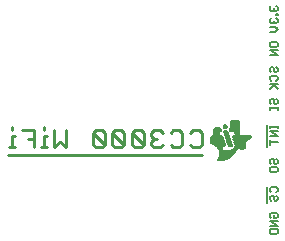
<source format=gbo>
G75*
G70*
%OFA0B0*%
%FSLAX24Y24*%
%IPPOS*%
%LPD*%
%AMOC8*
5,1,8,0,0,1.08239X$1,22.5*
%
%ADD10C,0.0050*%
%ADD11C,0.0110*%
%ADD12C,0.0100*%
D10*
X008351Y003402D02*
X008551Y003302D01*
X008651Y003152D01*
X008651Y002952D01*
X008601Y002852D01*
X008751Y002852D01*
X008951Y002902D01*
X009101Y003052D01*
X009201Y003202D01*
X009301Y003252D01*
X009401Y003202D01*
X009501Y003252D01*
X009501Y003452D01*
X009701Y003602D01*
X009701Y003652D01*
X009301Y003652D01*
X009301Y004152D01*
X009026Y004152D01*
X009026Y003902D01*
X008976Y003902D01*
X009001Y003802D01*
X009151Y003802D01*
X009201Y003652D01*
X009076Y003652D01*
X009176Y003302D01*
X009126Y003202D01*
X009001Y003152D01*
X008751Y003152D01*
X008701Y003302D01*
X008801Y003302D01*
X008826Y003352D01*
X008726Y003652D01*
X008651Y003652D01*
X008601Y003802D01*
X008676Y003802D01*
X008651Y003902D01*
X008501Y003902D01*
X008451Y003852D01*
X008451Y003652D01*
X008351Y003602D01*
X008351Y003402D01*
X008351Y003405D02*
X008808Y003405D01*
X008824Y003357D02*
X008440Y003357D01*
X008537Y003308D02*
X008804Y003308D01*
X008715Y003260D02*
X008579Y003260D01*
X008611Y003211D02*
X008731Y003211D01*
X008747Y003163D02*
X008643Y003163D01*
X008651Y003114D02*
X009143Y003114D01*
X009175Y003163D02*
X009029Y003163D01*
X009131Y003211D02*
X009220Y003211D01*
X009155Y003260D02*
X009501Y003260D01*
X009501Y003308D02*
X009174Y003308D01*
X009160Y003357D02*
X009501Y003357D01*
X009501Y003405D02*
X009146Y003405D01*
X009132Y003454D02*
X009504Y003454D01*
X009569Y003503D02*
X009118Y003503D01*
X009104Y003551D02*
X009633Y003551D01*
X009698Y003600D02*
X009091Y003600D01*
X009077Y003648D02*
X009701Y003648D01*
X009301Y003697D02*
X009186Y003697D01*
X009170Y003745D02*
X009301Y003745D01*
X009301Y003794D02*
X009153Y003794D01*
X009301Y003842D02*
X008991Y003842D01*
X008978Y003891D02*
X009301Y003891D01*
X009301Y003939D02*
X009026Y003939D01*
X009026Y003988D02*
X009301Y003988D01*
X009301Y004036D02*
X009026Y004036D01*
X009026Y004085D02*
X009301Y004085D01*
X009301Y004134D02*
X009026Y004134D01*
X008866Y003981D02*
X008855Y003992D01*
X008841Y003999D01*
X008826Y004002D01*
X008810Y003999D01*
X008796Y003992D01*
X008785Y003981D01*
X008778Y003967D01*
X008776Y003952D01*
X008778Y003936D01*
X008785Y003922D01*
X008796Y003911D01*
X008810Y003904D01*
X008826Y003902D01*
X008841Y003904D01*
X008855Y003911D01*
X008866Y003922D01*
X008873Y003936D01*
X008876Y003952D01*
X008873Y003967D01*
X008866Y003981D01*
X008859Y003988D02*
X008792Y003988D01*
X008778Y003939D02*
X008874Y003939D01*
X008666Y003842D02*
X008451Y003842D01*
X008451Y003794D02*
X008603Y003794D01*
X008620Y003745D02*
X008451Y003745D01*
X008451Y003697D02*
X008636Y003697D01*
X008727Y003648D02*
X008444Y003648D01*
X008351Y003600D02*
X008743Y003600D01*
X008759Y003551D02*
X008351Y003551D01*
X008351Y003503D02*
X008775Y003503D01*
X008792Y003454D02*
X008351Y003454D01*
X008861Y003600D02*
X008961Y003600D01*
X008947Y003648D02*
X008847Y003648D01*
X008832Y003697D02*
X008932Y003697D01*
X008918Y003745D02*
X008818Y003745D01*
X008803Y003794D02*
X008903Y003794D01*
X008901Y003802D02*
X009051Y003302D01*
X008951Y003302D01*
X008801Y003802D01*
X008901Y003802D01*
X008876Y003551D02*
X008976Y003551D01*
X008990Y003503D02*
X008891Y003503D01*
X008905Y003454D02*
X009005Y003454D01*
X009020Y003405D02*
X008920Y003405D01*
X008934Y003357D02*
X009034Y003357D01*
X009049Y003308D02*
X008949Y003308D01*
X009110Y003066D02*
X008651Y003066D01*
X008651Y003017D02*
X009066Y003017D01*
X009018Y002969D02*
X008651Y002969D01*
X008635Y002920D02*
X008969Y002920D01*
X008830Y002871D02*
X008611Y002871D01*
X009381Y003211D02*
X009420Y003211D01*
X010226Y003265D02*
X010226Y004002D01*
X010326Y003977D02*
X010326Y003893D01*
X010326Y003935D02*
X010576Y003935D01*
X010576Y003977D02*
X010576Y003893D01*
X010576Y003792D02*
X010326Y003792D01*
X010576Y003626D01*
X010326Y003626D01*
X010326Y003516D02*
X010326Y003349D01*
X010326Y003433D02*
X010576Y003433D01*
X010534Y002877D02*
X010576Y002835D01*
X010576Y002751D01*
X010534Y002710D01*
X010492Y002710D01*
X010451Y002751D01*
X010451Y002835D01*
X010409Y002877D01*
X010367Y002877D01*
X010326Y002835D01*
X010326Y002751D01*
X010367Y002710D01*
X010367Y002600D02*
X010534Y002600D01*
X010576Y002559D01*
X010576Y002475D01*
X010534Y002434D01*
X010367Y002434D01*
X010326Y002475D01*
X010326Y002559D01*
X010367Y002600D01*
X010226Y001952D02*
X010226Y001399D01*
X010326Y001525D02*
X010367Y001484D01*
X010326Y001525D02*
X010326Y001609D01*
X010367Y001650D01*
X010409Y001650D01*
X010451Y001609D01*
X010451Y001525D01*
X010492Y001484D01*
X010534Y001484D01*
X010576Y001525D01*
X010576Y001609D01*
X010534Y001650D01*
X010534Y001760D02*
X010576Y001801D01*
X010576Y001885D01*
X010534Y001927D01*
X010367Y001927D01*
X010326Y001885D01*
X010326Y001801D01*
X010367Y001760D01*
X010367Y001077D02*
X010534Y001077D01*
X010576Y001035D01*
X010576Y000951D01*
X010534Y000910D01*
X010451Y000910D01*
X010451Y000993D01*
X010367Y000910D02*
X010326Y000951D01*
X010326Y001035D01*
X010367Y001077D01*
X010326Y000800D02*
X010576Y000634D01*
X010326Y000634D01*
X010326Y000524D02*
X010326Y000399D01*
X010367Y000357D01*
X010534Y000357D01*
X010576Y000399D01*
X010576Y000524D01*
X010326Y000524D01*
X010326Y000800D02*
X010576Y000800D01*
X008653Y003891D02*
X008490Y003891D01*
X010326Y004517D02*
X010326Y004600D01*
X010326Y004559D02*
X010576Y004559D01*
X010576Y004600D02*
X010576Y004517D01*
X010534Y004710D02*
X010576Y004751D01*
X010576Y004835D01*
X010534Y004877D01*
X010451Y004835D02*
X010451Y004751D01*
X010492Y004710D01*
X010534Y004710D01*
X010367Y004710D02*
X010326Y004751D01*
X010326Y004835D01*
X010367Y004877D01*
X010409Y004877D01*
X010451Y004835D01*
X010576Y005207D02*
X010451Y005332D01*
X010492Y005374D02*
X010326Y005207D01*
X010326Y005374D02*
X010576Y005374D01*
X010534Y005484D02*
X010576Y005525D01*
X010576Y005609D01*
X010534Y005650D01*
X010367Y005650D01*
X010326Y005609D01*
X010326Y005525D01*
X010367Y005484D01*
X010367Y005760D02*
X010326Y005801D01*
X010326Y005885D01*
X010367Y005927D01*
X010409Y005927D01*
X010451Y005885D01*
X010451Y005801D01*
X010492Y005760D01*
X010534Y005760D01*
X010576Y005801D01*
X010576Y005885D01*
X010534Y005927D01*
X010576Y006334D02*
X010326Y006334D01*
X010326Y006500D02*
X010576Y006334D01*
X010576Y006500D02*
X010326Y006500D01*
X010367Y006610D02*
X010326Y006651D01*
X010326Y006735D01*
X010367Y006777D01*
X010534Y006777D01*
X010576Y006735D01*
X010576Y006651D01*
X010534Y006610D01*
X010367Y006610D01*
X010326Y007119D02*
X010492Y007119D01*
X010576Y007203D01*
X010492Y007286D01*
X010326Y007286D01*
X010367Y007395D02*
X010409Y007395D01*
X010451Y007437D01*
X010492Y007395D01*
X010534Y007395D01*
X010576Y007437D01*
X010576Y007521D01*
X010534Y007562D01*
X010534Y007659D02*
X010576Y007659D01*
X010576Y007700D01*
X010534Y007700D01*
X010534Y007659D01*
X010367Y007562D02*
X010326Y007521D01*
X010326Y007437D01*
X010367Y007395D01*
X010451Y007437D02*
X010451Y007479D01*
X010492Y007810D02*
X010534Y007810D01*
X010576Y007851D01*
X010576Y007935D01*
X010534Y007977D01*
X010451Y007893D02*
X010451Y007851D01*
X010492Y007810D01*
X010451Y007851D02*
X010409Y007810D01*
X010367Y007810D01*
X010326Y007851D01*
X010326Y007935D01*
X010367Y007977D01*
D11*
X007947Y003847D02*
X007751Y003847D01*
X007652Y003749D01*
X007401Y003749D02*
X007401Y003355D01*
X007303Y003257D01*
X007106Y003257D01*
X007008Y003355D01*
X006757Y003355D02*
X006658Y003257D01*
X006461Y003257D01*
X006363Y003355D01*
X006363Y003453D01*
X006461Y003552D01*
X006560Y003552D01*
X006461Y003552D02*
X006363Y003650D01*
X006363Y003749D01*
X006461Y003847D01*
X006658Y003847D01*
X006757Y003749D01*
X007008Y003749D02*
X007106Y003847D01*
X007303Y003847D01*
X007401Y003749D01*
X007947Y003847D02*
X008046Y003749D01*
X008046Y003355D01*
X007947Y003257D01*
X007751Y003257D01*
X007652Y003355D01*
X006112Y003355D02*
X005719Y003749D01*
X005719Y003355D01*
X005817Y003257D01*
X006014Y003257D01*
X006112Y003355D01*
X006112Y003749D01*
X006014Y003847D01*
X005817Y003847D01*
X005719Y003749D01*
X005468Y003749D02*
X005369Y003847D01*
X005172Y003847D01*
X005074Y003749D01*
X005468Y003355D01*
X005369Y003257D01*
X005172Y003257D01*
X005074Y003355D01*
X005074Y003749D01*
X004823Y003749D02*
X004725Y003847D01*
X004528Y003847D01*
X004429Y003749D01*
X004823Y003355D01*
X004725Y003257D01*
X004528Y003257D01*
X004429Y003355D01*
X004429Y003749D01*
X004823Y003749D02*
X004823Y003355D01*
X005468Y003355D02*
X005468Y003749D01*
X003534Y003847D02*
X003534Y003257D01*
X003337Y003453D01*
X003140Y003257D01*
X003140Y003847D01*
X002890Y003650D02*
X002791Y003650D01*
X002791Y003257D01*
X002693Y003257D02*
X002890Y003257D01*
X002460Y003257D02*
X002460Y003847D01*
X002066Y003847D01*
X001815Y003650D02*
X001717Y003650D01*
X001717Y003257D01*
X001815Y003257D02*
X001619Y003257D01*
X002263Y003552D02*
X002460Y003552D01*
X002791Y003847D02*
X002791Y003945D01*
X001717Y003945D02*
X001717Y003847D01*
D12*
X001601Y003002D02*
X008051Y003002D01*
M02*

</source>
